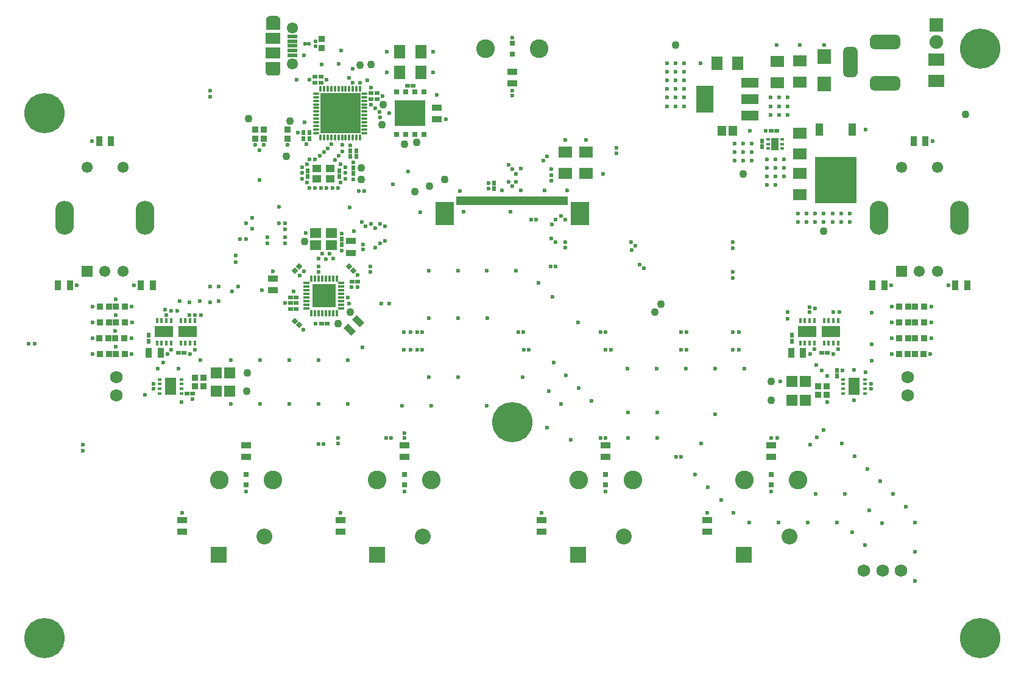
<source format=gts>
G04*
G04 #@! TF.GenerationSoftware,Altium Limited,Altium Designer,24.5.2 (23)*
G04*
G04 Layer_Color=8388736*
%FSLAX44Y44*%
%MOMM*%
G71*
G04*
G04 #@! TF.SameCoordinates,75C5DE1E-65E4-46FA-8C81-F02E573EC27C*
G04*
G04*
G04 #@! TF.FilePolarity,Negative*
G04*
G01*
G75*
%ADD35R,1.5055X1.8582*%
%ADD39R,1.8582X1.5055*%
%ADD57R,5.7532X6.5032*%
%ADD58R,1.1032X1.6532*%
%ADD59R,1.1100X1.8000*%
%ADD60R,0.6250X0.4500*%
%ADD61R,1.6500X1.6500*%
%ADD62R,1.6000X2.4000*%
%ADD63R,0.5000X0.4000*%
%ADD64R,0.4500X0.7500*%
%ADD65R,2.5000X1.6500*%
%ADD66O,0.9000X0.4000*%
%ADD67O,0.4000X0.9000*%
%ADD68R,3.2500X3.2500*%
%ADD69R,5.7000X5.7000*%
%ADD70O,0.8500X0.3500*%
%ADD71O,0.3500X0.8500*%
%ADD72C,1.1000*%
%ADD73R,1.6032X1.4032*%
%ADD74R,0.6600X0.6200*%
%ADD75R,0.6200X0.6600*%
G04:AMPARAMS|DCode=76|XSize=0.62mm|YSize=0.66mm|CornerRadius=0mm|HoleSize=0mm|Usage=FLASHONLY|Rotation=315.000|XOffset=0mm|YOffset=0mm|HoleType=Round|Shape=Rectangle|*
%AMROTATEDRECTD76*
4,1,4,-0.4526,-0.0141,0.0141,0.4526,0.4526,0.0141,-0.0141,-0.4526,-0.4526,-0.0141,0.0*
%
%ADD76ROTATEDRECTD76*%

G04:AMPARAMS|DCode=77|XSize=0.62mm|YSize=0.66mm|CornerRadius=0mm|HoleSize=0mm|Usage=FLASHONLY|Rotation=45.000|XOffset=0mm|YOffset=0mm|HoleType=Round|Shape=Rectangle|*
%AMROTATEDRECTD77*
4,1,4,0.0141,-0.4526,-0.4526,0.0141,-0.0141,0.4526,0.4526,-0.0141,0.0141,-0.4526,0.0*
%
%ADD77ROTATEDRECTD77*%

%ADD78R,4.2032X3.6032*%
%ADD79R,0.6532X0.7532*%
%ADD80R,0.7500X0.7000*%
%ADD81R,0.5032X1.3032*%
%ADD82R,2.5032X3.3032*%
%ADD83R,0.8500X0.9500*%
G04:AMPARAMS|DCode=84|XSize=0.5032mm|YSize=0.5032mm|CornerRadius=0.1511mm|HoleSize=0mm|Usage=FLASHONLY|Rotation=90.000|XOffset=0mm|YOffset=0mm|HoleType=Round|Shape=RoundedRectangle|*
%AMROUNDEDRECTD84*
21,1,0.5032,0.2010,0,0,90.0*
21,1,0.2010,0.5032,0,0,90.0*
1,1,0.3022,0.1005,0.1005*
1,1,0.3022,0.1005,-0.1005*
1,1,0.3022,-0.1005,-0.1005*
1,1,0.3022,-0.1005,0.1005*
%
%ADD84ROUNDEDRECTD84*%
%ADD85R,0.9500X0.8500*%
%ADD86R,1.4500X0.5000*%
%ADD87R,2.0000X1.6000*%
%ADD88R,0.9500X1.4500*%
%ADD89R,1.4500X0.9500*%
G04:AMPARAMS|DCode=90|XSize=1.45mm|YSize=0.95mm|CornerRadius=0mm|HoleSize=0mm|Usage=FLASHONLY|Rotation=315.000|XOffset=0mm|YOffset=0mm|HoleType=Round|Shape=Rectangle|*
%AMROTATEDRECTD90*
4,1,4,-0.8485,0.1768,-0.1768,0.8485,0.8485,-0.1768,0.1768,-0.8485,-0.8485,0.1768,0.0*
%
%ADD90ROTATEDRECTD90*%

%ADD91R,2.2332X1.7232*%
%ADD92R,1.8532X2.1032*%
%ADD93R,2.4032X3.7032*%
%ADD94R,2.4032X1.4032*%
%ADD95R,1.1500X1.4500*%
%ADD96R,1.2032X1.1032*%
%ADD97R,0.5500X0.6000*%
G04:AMPARAMS|DCode=98|XSize=2.6mm|YSize=4.7mm|CornerRadius=1.3mm|HoleSize=0mm|Usage=FLASHONLY|Rotation=0.000|XOffset=0mm|YOffset=0mm|HoleType=Round|Shape=RoundedRectangle|*
%AMROUNDEDRECTD98*
21,1,2.6000,2.1000,0,0,0.0*
21,1,0.0000,4.7000,0,0,0.0*
1,1,2.6000,0.0000,-1.0500*
1,1,2.6000,0.0000,-1.0500*
1,1,2.6000,0.0000,1.0500*
1,1,2.6000,0.0000,1.0500*
%
%ADD98ROUNDEDRECTD98*%
%ADD99C,1.5500*%
%ADD100R,1.5500X1.5500*%
%ADD101C,1.7272*%
G04:AMPARAMS|DCode=102|XSize=4.2032mm|YSize=2.0032mm|CornerRadius=0.5516mm|HoleSize=0mm|Usage=FLASHONLY|Rotation=90.000|XOffset=0mm|YOffset=0mm|HoleType=Round|Shape=RoundedRectangle|*
%AMROUNDEDRECTD102*
21,1,4.2032,0.9000,0,0,90.0*
21,1,3.1000,2.0032,0,0,90.0*
1,1,1.1032,0.4500,1.5500*
1,1,1.1032,0.4500,-1.5500*
1,1,1.1032,-0.4500,-1.5500*
1,1,1.1032,-0.4500,1.5500*
%
%ADD102ROUNDEDRECTD102*%
G04:AMPARAMS|DCode=103|XSize=4.2032mm|YSize=2.0032mm|CornerRadius=0.5516mm|HoleSize=0mm|Usage=FLASHONLY|Rotation=0.000|XOffset=0mm|YOffset=0mm|HoleType=Round|Shape=RoundedRectangle|*
%AMROUNDEDRECTD103*
21,1,4.2032,0.9000,0,0,0.0*
21,1,3.1000,2.0032,0,0,0.0*
1,1,1.1032,1.5500,-0.4500*
1,1,1.1032,-1.5500,-0.4500*
1,1,1.1032,-1.5500,0.4500*
1,1,1.1032,1.5500,0.4500*
%
%ADD103ROUNDEDRECTD103*%
%ADD104C,1.9032*%
%ADD105R,1.9032X1.9032*%
%ADD106C,2.2032*%
%ADD107R,2.2032X2.2032*%
%ADD108C,0.6000*%
%ADD109C,0.7032*%
%ADD110C,2.6000*%
%ADD111C,5.6000*%
G36*
X372251Y915502D02*
X372742Y915502D01*
X372743D01*
D01*
X372840Y915493D01*
X373806Y915301D01*
X373901Y915272D01*
X373901Y915272D01*
X374811Y914895D01*
X374897Y914849D01*
X375716Y914302D01*
X375716Y914302D01*
X375793Y914239D01*
X376489Y913543D01*
X376489Y913543D01*
X376552Y913466D01*
X377099Y912648D01*
X377099Y912647D01*
X377145Y912561D01*
X377522Y911651D01*
X377522Y911651D01*
X377551Y911556D01*
X377743Y910591D01*
X377743Y910591D01*
X377752Y910492D01*
Y910000D01*
X377752Y897000D01*
X377743Y896902D01*
X377714Y896808D01*
X377668Y896721D01*
X377605Y896645D01*
X377529Y896582D01*
X377442Y896536D01*
X377348Y896507D01*
X377250Y896498D01*
X358250D01*
X358152Y896507D01*
X358058Y896536D01*
X357971Y896582D01*
X357895Y896645D01*
X357832Y896721D01*
X357786Y896808D01*
X357757Y896902D01*
X357748Y897000D01*
Y910250D01*
Y910718D01*
X357757Y910816D01*
X357940Y911733D01*
X357968Y911828D01*
X358326Y912692D01*
X358373Y912779D01*
X358893Y913557D01*
X358955Y913633D01*
X359617Y914295D01*
X359693Y914357D01*
X360471Y914877D01*
X360558Y914923D01*
X360558Y914924D01*
X361422Y915282D01*
X361516Y915310D01*
X362434Y915493D01*
X362532Y915502D01*
X372250D01*
X372251Y915502D01*
D02*
G37*
G36*
X377098Y851493D02*
X377192Y851464D01*
X377279Y851418D01*
X377355Y851355D01*
X377418Y851279D01*
X377464Y851192D01*
X377493Y851098D01*
X377502Y851000D01*
Y837750D01*
Y837282D01*
X377493Y837184D01*
X377310Y836266D01*
X377282Y836172D01*
X376924Y835308D01*
X376877Y835221D01*
X376357Y834443D01*
X376295Y834367D01*
X375633Y833705D01*
X375557Y833643D01*
X374779Y833123D01*
X374692Y833076D01*
X374692Y833076D01*
X373828Y832718D01*
X373733Y832690D01*
X372816Y832507D01*
X372718Y832498D01*
X363000D01*
X362999Y832498D01*
X362508Y832498D01*
X362508D01*
D01*
X362410Y832507D01*
X361443Y832699D01*
X361349Y832728D01*
X361349Y832728D01*
X360439Y833105D01*
X360353Y833151D01*
X359534Y833698D01*
X359534Y833699D01*
X359457Y833761D01*
X358761Y834457D01*
X358761Y834457D01*
X358699Y834534D01*
X358151Y835352D01*
X358151Y835352D01*
X358105Y835439D01*
X357728Y836349D01*
X357728Y836349D01*
X357699Y836443D01*
X357507Y837410D01*
X357507Y837410D01*
X357498Y837507D01*
Y838000D01*
X357498Y851000D01*
X357507Y851098D01*
X357536Y851192D01*
X357582Y851279D01*
X357645Y851355D01*
X357721Y851418D01*
X357808Y851464D01*
X357902Y851493D01*
X358000Y851502D01*
X377000D01*
X377098Y851493D01*
D02*
G37*
D35*
X984236Y850000D02*
D03*
X1013764D02*
D03*
X572764Y866000D02*
D03*
X543236D02*
D03*
Y837000D02*
D03*
X572764D02*
D03*
D39*
X774000Y725764D02*
D03*
Y696236D02*
D03*
X1100000Y667236D02*
D03*
Y696764D02*
D03*
Y752764D02*
D03*
Y723236D02*
D03*
X1099916Y823236D02*
D03*
Y852764D02*
D03*
X1068281Y823033D02*
D03*
Y852561D02*
D03*
X803000Y696236D02*
D03*
Y725764D02*
D03*
D57*
X1150000Y687000D02*
D03*
D58*
X1127200Y757000D02*
D03*
X1172800D02*
D03*
D59*
X1065400Y737500D02*
D03*
D60*
X1075150Y744000D02*
D03*
Y737500D02*
D03*
Y731000D02*
D03*
X1055650D02*
D03*
Y737500D02*
D03*
Y744000D02*
D03*
D61*
X307000Y419000D02*
D03*
X289000D02*
D03*
X1089000Y381000D02*
D03*
X1107000D02*
D03*
X307000Y393000D02*
D03*
X289000D02*
D03*
X1089000Y407000D02*
D03*
X1107000D02*
D03*
D62*
X225000Y400000D02*
D03*
X1175000D02*
D03*
D63*
X209500Y390250D02*
D03*
Y396750D02*
D03*
Y403250D02*
D03*
Y409750D02*
D03*
X240500D02*
D03*
Y403250D02*
D03*
Y396750D02*
D03*
Y390250D02*
D03*
X1190500Y409750D02*
D03*
Y403250D02*
D03*
Y396750D02*
D03*
Y390250D02*
D03*
X1159500D02*
D03*
Y396750D02*
D03*
Y403250D02*
D03*
Y409750D02*
D03*
D64*
X258750Y491500D02*
D03*
X252250D02*
D03*
X245750D02*
D03*
X239250D02*
D03*
Y460500D02*
D03*
X245750D02*
D03*
X252250D02*
D03*
X258750D02*
D03*
X1152750Y491500D02*
D03*
X1146250D02*
D03*
X1139750D02*
D03*
X1133250D02*
D03*
Y460500D02*
D03*
X1139750D02*
D03*
X1146250D02*
D03*
X1152750D02*
D03*
X1119750Y491500D02*
D03*
X1113250D02*
D03*
X1106750D02*
D03*
X1100250D02*
D03*
Y460500D02*
D03*
X1106750D02*
D03*
X1113250D02*
D03*
X1119750D02*
D03*
X225750Y491500D02*
D03*
X219250D02*
D03*
X212750D02*
D03*
X206250D02*
D03*
Y460500D02*
D03*
X212750D02*
D03*
X219250D02*
D03*
X225750D02*
D03*
D65*
X249000Y476000D02*
D03*
X1143000D02*
D03*
X1110000D02*
D03*
X216000D02*
D03*
D66*
X414350Y543750D02*
D03*
Y538750D02*
D03*
Y533750D02*
D03*
Y528750D02*
D03*
Y523750D02*
D03*
Y518750D02*
D03*
Y513750D02*
D03*
Y508750D02*
D03*
X462650D02*
D03*
Y513750D02*
D03*
Y518750D02*
D03*
Y523750D02*
D03*
Y528750D02*
D03*
Y533750D02*
D03*
Y538750D02*
D03*
Y543750D02*
D03*
D67*
X421000Y502100D02*
D03*
X426000D02*
D03*
X431000D02*
D03*
X436000D02*
D03*
X441000D02*
D03*
X446000D02*
D03*
X451000D02*
D03*
X456000D02*
D03*
Y550400D02*
D03*
X451000D02*
D03*
X446000D02*
D03*
X441000D02*
D03*
X436000D02*
D03*
X431000D02*
D03*
X426000D02*
D03*
X421000D02*
D03*
D68*
X438500Y526250D02*
D03*
D69*
X461000Y780000D02*
D03*
D70*
X427250Y752500D02*
D03*
Y757500D02*
D03*
Y762500D02*
D03*
Y767500D02*
D03*
Y772500D02*
D03*
Y777500D02*
D03*
Y782500D02*
D03*
Y787500D02*
D03*
Y792500D02*
D03*
Y797500D02*
D03*
Y802500D02*
D03*
Y807500D02*
D03*
X494750D02*
D03*
Y802500D02*
D03*
Y797500D02*
D03*
Y792500D02*
D03*
Y787500D02*
D03*
Y782500D02*
D03*
Y777500D02*
D03*
Y772500D02*
D03*
Y767500D02*
D03*
Y762500D02*
D03*
Y757500D02*
D03*
Y752500D02*
D03*
D71*
X433500Y813750D02*
D03*
X438500D02*
D03*
X443500D02*
D03*
X448500D02*
D03*
X453500D02*
D03*
X458500D02*
D03*
X463500D02*
D03*
X468500D02*
D03*
X473500D02*
D03*
X478500D02*
D03*
X483500D02*
D03*
X488500D02*
D03*
Y746250D02*
D03*
X483500D02*
D03*
X478500D02*
D03*
X473500D02*
D03*
X468500D02*
D03*
X463500D02*
D03*
X458500D02*
D03*
X453500D02*
D03*
X448500D02*
D03*
X443500D02*
D03*
X438500D02*
D03*
X433500D02*
D03*
D72*
X503500Y847750D02*
D03*
X488250Y847500D02*
D03*
X521000Y792000D02*
D03*
X519000Y764000D02*
D03*
X550325Y737325D02*
D03*
X567175Y739875D02*
D03*
X333250Y772250D02*
D03*
X391500Y769250D02*
D03*
X386000Y720000D02*
D03*
X490000Y687750D02*
D03*
Y704000D02*
D03*
X1133000Y616000D02*
D03*
X1330000Y779000D02*
D03*
X927000Y875000D02*
D03*
X1021000Y696000D02*
D03*
X898000Y503000D02*
D03*
X907000Y514750D02*
D03*
X565000Y671000D02*
D03*
X585000Y679000D02*
D03*
X606000Y688000D02*
D03*
X331000Y393000D02*
D03*
X411250Y601250D02*
D03*
X332000Y419000D02*
D03*
X475000Y503000D02*
D03*
X1060000Y407000D02*
D03*
X458000Y487000D02*
D03*
X1060000Y381000D02*
D03*
D73*
X449000Y613750D02*
D03*
X427000D02*
D03*
X449000Y596750D02*
D03*
X427000D02*
D03*
D74*
X511900Y808000D02*
D03*
X504100D02*
D03*
X511900Y800000D02*
D03*
X504100D02*
D03*
X561900Y818000D02*
D03*
X554100D02*
D03*
X477100Y546000D02*
D03*
X484900D02*
D03*
X399900Y516000D02*
D03*
X392100D02*
D03*
X399900Y524000D02*
D03*
X392100D02*
D03*
X399900Y508000D02*
D03*
X392100D02*
D03*
X435100Y487000D02*
D03*
X442900D02*
D03*
X236100Y447000D02*
D03*
X243900D02*
D03*
X248100Y390000D02*
D03*
X255900D02*
D03*
X1067900Y756000D02*
D03*
X1060100D02*
D03*
X1137900Y447000D02*
D03*
X1130100D02*
D03*
X426100Y823000D02*
D03*
X433900D02*
D03*
X426100Y831000D02*
D03*
X433900D02*
D03*
D75*
X410000Y745100D02*
D03*
Y752900D02*
D03*
X418000Y745100D02*
D03*
Y752900D02*
D03*
X483250Y720100D02*
D03*
Y727900D02*
D03*
X475250Y720100D02*
D03*
Y727900D02*
D03*
X479000Y703900D02*
D03*
Y696100D02*
D03*
X460000Y699900D02*
D03*
Y692100D02*
D03*
X416000Y692100D02*
D03*
Y699900D02*
D03*
X463000Y604900D02*
D03*
Y597100D02*
D03*
X195000Y470900D02*
D03*
Y463100D02*
D03*
X675000Y682900D02*
D03*
Y675100D02*
D03*
X1047000Y741400D02*
D03*
Y733600D02*
D03*
X1089000Y463100D02*
D03*
Y470900D02*
D03*
X1151000Y414100D02*
D03*
Y421900D02*
D03*
D76*
X403758Y566758D02*
D03*
X398242Y561242D02*
D03*
D77*
X478758D02*
D03*
X473242Y566758D02*
D03*
X398242Y490758D02*
D03*
X403758Y485242D02*
D03*
D78*
X558000Y780000D02*
D03*
D79*
X538950Y809750D02*
D03*
X551650D02*
D03*
X564350D02*
D03*
X577050D02*
D03*
Y750250D02*
D03*
X564350D02*
D03*
X551650D02*
D03*
X538950D02*
D03*
D80*
X330000Y262750D02*
D03*
Y277250D02*
D03*
X550000Y262750D02*
D03*
Y277250D02*
D03*
X700000Y862750D02*
D03*
Y877250D02*
D03*
X1060000Y277250D02*
D03*
Y262750D02*
D03*
X830000Y277250D02*
D03*
Y262750D02*
D03*
D81*
X700000Y658000D02*
D03*
X705000D02*
D03*
X695000D02*
D03*
X690000D02*
D03*
X685000D02*
D03*
X680000D02*
D03*
X675000D02*
D03*
X670000D02*
D03*
X665000D02*
D03*
X660000D02*
D03*
X655000D02*
D03*
X650000D02*
D03*
X645000D02*
D03*
X640000D02*
D03*
X635000D02*
D03*
X630000D02*
D03*
X625000D02*
D03*
X710000D02*
D03*
X715000D02*
D03*
X720000D02*
D03*
X725000D02*
D03*
X730000D02*
D03*
X735000D02*
D03*
X740000D02*
D03*
X745000D02*
D03*
X750000D02*
D03*
X755000D02*
D03*
X760000D02*
D03*
X765000D02*
D03*
X770000D02*
D03*
X775000D02*
D03*
D82*
X605800Y641000D02*
D03*
X794200D02*
D03*
D83*
X139000Y467000D02*
D03*
X126500D02*
D03*
X161000D02*
D03*
X148500D02*
D03*
X126750Y511000D02*
D03*
X139250D02*
D03*
X148750D02*
D03*
X161250D02*
D03*
X1250250Y489000D02*
D03*
X1237750D02*
D03*
X1250000Y445000D02*
D03*
X1237500D02*
D03*
X1250250Y467000D02*
D03*
X1237750D02*
D03*
X1250250Y511000D02*
D03*
X1237750D02*
D03*
X1137250Y400000D02*
D03*
X1124750D02*
D03*
X258750D02*
D03*
X271250D02*
D03*
X1137250Y388000D02*
D03*
X1124750D02*
D03*
X258750Y412000D02*
D03*
X271250D02*
D03*
X161250Y445000D02*
D03*
X148750D02*
D03*
X161500Y489000D02*
D03*
X149000D02*
D03*
X1259750Y467000D02*
D03*
X1272250D02*
D03*
X1259750Y489000D02*
D03*
X1272250D02*
D03*
X1259500Y445000D02*
D03*
X1272000D02*
D03*
X1259750Y511000D02*
D03*
X1272250D02*
D03*
X139250Y445000D02*
D03*
X126750D02*
D03*
X139500Y489000D02*
D03*
X127000D02*
D03*
D84*
X426250Y873500D02*
D03*
X417750Y877000D02*
D03*
X426250Y880500D02*
D03*
D85*
X435000Y883250D02*
D03*
Y870750D02*
D03*
X388000Y745000D02*
D03*
Y757500D02*
D03*
X343000Y745000D02*
D03*
Y757500D02*
D03*
X355000Y745000D02*
D03*
Y757500D02*
D03*
D86*
X394500Y887000D02*
D03*
Y880500D02*
D03*
Y874000D02*
D03*
Y867500D02*
D03*
Y861000D02*
D03*
D87*
X367500Y884000D02*
D03*
Y864000D02*
D03*
D88*
X194750Y447000D02*
D03*
X211250D02*
D03*
X85250Y541000D02*
D03*
X68750D02*
D03*
X183750D02*
D03*
X200250D02*
D03*
X125750Y741000D02*
D03*
X142250D02*
D03*
X1217250Y541000D02*
D03*
X1200750D02*
D03*
X1315750D02*
D03*
X1332250D02*
D03*
X1274250Y741000D02*
D03*
X1257750D02*
D03*
X1104250Y447000D02*
D03*
X1087750D02*
D03*
D89*
X367000Y533750D02*
D03*
Y550250D02*
D03*
X476000Y602250D02*
D03*
Y585750D02*
D03*
X550000Y318250D02*
D03*
Y301750D02*
D03*
X595000Y788250D02*
D03*
Y771750D02*
D03*
X971000Y214250D02*
D03*
Y197750D02*
D03*
X461000Y214250D02*
D03*
Y197750D02*
D03*
X241000Y214250D02*
D03*
Y197750D02*
D03*
X741000Y214250D02*
D03*
Y197750D02*
D03*
X700000Y838250D02*
D03*
Y821750D02*
D03*
X1060000Y301750D02*
D03*
Y318250D02*
D03*
X330000Y301750D02*
D03*
Y318250D02*
D03*
X830000Y301750D02*
D03*
Y318250D02*
D03*
D90*
X485834Y490834D02*
D03*
X474166Y479166D02*
D03*
D91*
X1289000Y855200D02*
D03*
Y824800D02*
D03*
D92*
X1134000Y859000D02*
D03*
Y821000D02*
D03*
D93*
X968000Y800000D02*
D03*
D94*
X1030000Y823000D02*
D03*
Y800000D02*
D03*
Y777000D02*
D03*
D95*
X1006250Y756000D02*
D03*
X991750D02*
D03*
D96*
X428750Y703500D02*
D03*
X447250D02*
D03*
Y688500D02*
D03*
X428750D02*
D03*
D97*
X754000Y686250D02*
D03*
Y693750D02*
D03*
D98*
X190000Y635000D02*
D03*
X78000D02*
D03*
X1210000D02*
D03*
X1322000D02*
D03*
D99*
X159000Y560000D02*
D03*
X134000D02*
D03*
X159000Y705000D02*
D03*
X109000D02*
D03*
X394500Y849000D02*
D03*
Y899000D02*
D03*
X1241000Y705000D02*
D03*
X1291000D02*
D03*
X1266000Y560000D02*
D03*
X1291000D02*
D03*
D100*
X109000D02*
D03*
X1241000D02*
D03*
D101*
X150000Y387250D02*
D03*
Y412750D02*
D03*
X1250000Y387250D02*
D03*
Y412750D02*
D03*
X1240000Y143500D02*
D03*
X1189000D02*
D03*
X1214500D02*
D03*
D102*
X1170000Y851500D02*
D03*
D103*
X1218000Y879500D02*
D03*
Y821500D02*
D03*
D104*
X1289000Y879000D02*
D03*
D105*
Y903000D02*
D03*
D106*
X1085400Y190800D02*
D03*
X575400D02*
D03*
X355400D02*
D03*
X855400D02*
D03*
D107*
X1021900Y165400D02*
D03*
X511900D02*
D03*
X291900D02*
D03*
X791900D02*
D03*
D108*
X443500Y731250D02*
D03*
X438250Y726000D02*
D03*
X201500Y403500D02*
D03*
Y396500D02*
D03*
X258750Y499500D02*
D03*
X219356Y499553D02*
D03*
X251750Y499500D02*
D03*
X412500Y877000D02*
D03*
X220750Y444750D02*
D03*
X479250Y688000D02*
D03*
X475250Y735250D02*
D03*
X431000Y559250D02*
D03*
X473500Y829250D02*
D03*
X478500Y822750D02*
D03*
X488500D02*
D03*
X1121250Y508250D02*
D03*
X436000Y584750D02*
D03*
X446000D02*
D03*
X451000Y578000D02*
D03*
X431000D02*
D03*
X441000Y577500D02*
D03*
X1199250Y403500D02*
D03*
Y396500D02*
D03*
X448750Y736750D02*
D03*
X1113750Y445000D02*
D03*
X607500Y772000D02*
D03*
X1282250Y467000D02*
D03*
Y489000D02*
D03*
Y511000D02*
D03*
X116750Y445000D02*
D03*
X117000Y489000D02*
D03*
X116500Y467000D02*
D03*
X116750Y511000D02*
D03*
X1227750Y467000D02*
D03*
Y489000D02*
D03*
X1227500Y445000D02*
D03*
X1227750Y511000D02*
D03*
X171250Y445000D02*
D03*
X148750Y455000D02*
D03*
X171500Y489000D02*
D03*
X149000Y499000D02*
D03*
X171000Y467000D02*
D03*
X148500Y477000D02*
D03*
X171250Y511000D02*
D03*
X149000Y521250D02*
D03*
X1068000Y875250D02*
D03*
X1100000D02*
D03*
X1134000D02*
D03*
X700000Y885500D02*
D03*
X1259500Y129500D02*
D03*
Y170000D02*
D03*
Y210500D02*
D03*
X1132500Y339500D02*
D03*
X1113750Y318500D02*
D03*
X1247250Y232750D02*
D03*
X1229500Y250250D02*
D03*
X1211750Y267750D02*
D03*
X1194000Y285250D02*
D03*
X1176250Y302750D02*
D03*
X1158500Y320250D02*
D03*
X1007750Y224250D02*
D03*
X990250Y242000D02*
D03*
X971500Y259750D02*
D03*
X954000Y277500D02*
D03*
X1172750Y197250D02*
D03*
X1190250Y179500D02*
D03*
X1151250Y210250D02*
D03*
X1110750D02*
D03*
X1029750D02*
D03*
X1070250D02*
D03*
X901250Y328000D02*
D03*
X860750D02*
D03*
X781250Y326000D02*
D03*
X748250Y342750D02*
D03*
X664500Y373250D02*
D03*
X587500D02*
D03*
X547000D02*
D03*
X471250Y375250D02*
D03*
X430750D02*
D03*
X349750D02*
D03*
X390250D02*
D03*
X309250D02*
D03*
X1214000Y209750D02*
D03*
X1196500Y227500D02*
D03*
X1162250Y250000D02*
D03*
X1121750D02*
D03*
X963000Y320750D02*
D03*
X768250Y375500D02*
D03*
X750750Y393250D02*
D03*
X714750Y412750D02*
D03*
X624750D02*
D03*
X584250D02*
D03*
X757500Y432750D02*
D03*
X775000Y415000D02*
D03*
X792500Y397250D02*
D03*
X810000Y379500D02*
D03*
X982250Y361000D02*
D03*
X901250Y363500D02*
D03*
X860750D02*
D03*
X665250Y495000D02*
D03*
X624750D02*
D03*
X584250D02*
D03*
X1022500Y425000D02*
D03*
X792000Y489000D02*
D03*
X756250Y524500D02*
D03*
X736750Y544000D02*
D03*
X860500Y425000D02*
D03*
X901000D02*
D03*
X941500D02*
D03*
X982000D02*
D03*
X584000Y561250D02*
D03*
X624500D02*
D03*
X665000D02*
D03*
X705500D02*
D03*
X266500Y436750D02*
D03*
X491500Y454500D02*
D03*
X471250Y436750D02*
D03*
X430750D02*
D03*
X390250D02*
D03*
X349750D02*
D03*
X309250D02*
D03*
X533871Y681383D02*
D03*
X555000Y699000D02*
D03*
X632750Y642750D02*
D03*
X697750D02*
D03*
X748500Y720000D02*
D03*
X711750Y702895D02*
D03*
X700000Y804750D02*
D03*
X845250Y724750D02*
D03*
X755500Y625750D02*
D03*
X767750Y637000D02*
D03*
X754500Y605750D02*
D03*
X733250Y632000D02*
D03*
X773750Y593500D02*
D03*
X753250Y566500D02*
D03*
X866250Y590000D02*
D03*
X882750Y564750D02*
D03*
X1006500Y592250D02*
D03*
X1006250Y551000D02*
D03*
X1083000Y494500D02*
D03*
X1113000Y510000D02*
D03*
X1154500Y503000D02*
D03*
X280500Y539000D02*
D03*
X575250Y450750D02*
D03*
Y475750D02*
D03*
X723250Y450750D02*
D03*
X708625Y475625D02*
D03*
X822750Y475750D02*
D03*
X837250Y450750D02*
D03*
X942250D02*
D03*
Y475750D02*
D03*
X1014750D02*
D03*
Y450750D02*
D03*
X1068500Y328000D02*
D03*
X927750Y301500D02*
D03*
X822750Y328000D02*
D03*
X550000Y335250D02*
D03*
X524750Y328000D02*
D03*
X430750Y320000D02*
D03*
X458000Y320750D02*
D03*
X103250Y310000D02*
D03*
X36500Y459000D02*
D03*
X217750Y507000D02*
D03*
X267250Y499500D02*
D03*
X234250Y505500D02*
D03*
X237750Y519000D02*
D03*
X265750D02*
D03*
X292000D02*
D03*
X311000Y532000D02*
D03*
X315750Y581750D02*
D03*
X431000Y566500D02*
D03*
X503250Y559500D02*
D03*
X492750Y590500D02*
D03*
Y597750D02*
D03*
X523295Y602163D02*
D03*
Y622837D02*
D03*
X491250Y629000D02*
D03*
X496163Y622837D02*
D03*
X486750Y672000D02*
D03*
X384500Y627250D02*
D03*
X384000Y599000D02*
D03*
X360000Y599250D02*
D03*
X339020Y619270D02*
D03*
X321500Y605000D02*
D03*
X474250Y649000D02*
D03*
X339020Y634730D02*
D03*
X349000Y687000D02*
D03*
Y728500D02*
D03*
X280500Y811500D02*
D03*
X435500Y847750D02*
D03*
X462520Y867520D02*
D03*
X499000Y825750D02*
D03*
X478000Y842000D02*
D03*
X876750Y569750D02*
D03*
X871250Y596000D02*
D03*
X411000Y861000D02*
D03*
X400000Y827000D02*
D03*
X1006500Y600750D02*
D03*
X1006250Y559500D02*
D03*
X865250Y600750D02*
D03*
X384250Y618750D02*
D03*
X458000Y328000D02*
D03*
X532000D02*
D03*
X413000Y613750D02*
D03*
X463000Y589000D02*
D03*
X568000Y450750D02*
D03*
Y475750D02*
D03*
X558500Y450750D02*
D03*
Y475750D02*
D03*
X549250Y450750D02*
D03*
Y475750D02*
D03*
X509750Y620000D02*
D03*
X516000Y599000D02*
D03*
X509750Y592750D02*
D03*
X503250Y566750D02*
D03*
X503458Y626000D02*
D03*
X516000D02*
D03*
X480250Y615750D02*
D03*
X352500Y534000D02*
D03*
X318750Y539000D02*
D03*
X292000D02*
D03*
X280500Y803000D02*
D03*
Y517250D02*
D03*
X251750D02*
D03*
X315750Y573250D02*
D03*
X330000Y627000D02*
D03*
Y605000D02*
D03*
X375750Y626750D02*
D03*
X360000Y607750D02*
D03*
X384000Y607500D02*
D03*
X935000Y301500D02*
D03*
X1123250Y329000D02*
D03*
X1200000Y436000D02*
D03*
Y458250D02*
D03*
Y502250D02*
D03*
X773750Y600750D02*
D03*
Y632000D02*
D03*
X743500Y714000D02*
D03*
X760500Y566500D02*
D03*
Y600750D02*
D03*
Y631750D02*
D03*
X726000Y632000D02*
D03*
X935000Y475750D02*
D03*
Y450750D02*
D03*
X845250Y732000D02*
D03*
X716000Y450750D02*
D03*
X715750Y475750D02*
D03*
X830000D02*
D03*
X1006250Y450750D02*
D03*
Y475750D02*
D03*
X830000Y450750D02*
D03*
X103250Y318500D02*
D03*
X330000Y254000D02*
D03*
X774000Y743000D02*
D03*
X526000Y866000D02*
D03*
X590000D02*
D03*
X256000Y382250D02*
D03*
X240000Y378500D02*
D03*
X252282Y444894D02*
D03*
X258750Y451297D02*
D03*
X214750Y432750D02*
D03*
X225750Y451297D02*
D03*
X225847Y505500D02*
D03*
X1158750Y422000D02*
D03*
X1122250Y429950D02*
D03*
X1119750Y452000D02*
D03*
X1138000Y414250D02*
D03*
X190000Y388000D02*
D03*
X572000Y642000D02*
D03*
X464000Y736000D02*
D03*
X1059000Y802000D02*
D03*
X1071000D02*
D03*
X1083000D02*
D03*
X1059000Y790000D02*
D03*
X1071000D02*
D03*
X1083000D02*
D03*
Y778000D02*
D03*
X1071000D02*
D03*
X1059000D02*
D03*
X826000Y696000D02*
D03*
X927000Y850000D02*
D03*
X915000D02*
D03*
X939000D02*
D03*
Y838000D02*
D03*
X915000D02*
D03*
X927000D02*
D03*
X1054000Y680000D02*
D03*
X1066000D02*
D03*
X915000Y790000D02*
D03*
X927000D02*
D03*
X939000D02*
D03*
Y802000D02*
D03*
X927000D02*
D03*
X915000D02*
D03*
X927000Y826000D02*
D03*
X915000D02*
D03*
X939000D02*
D03*
X915000Y814000D02*
D03*
X927000D02*
D03*
X939000D02*
D03*
X1033000Y726000D02*
D03*
X1021000D02*
D03*
X1009000D02*
D03*
X1033000Y738000D02*
D03*
X1009000D02*
D03*
X1021000D02*
D03*
X1009000Y714000D02*
D03*
X1021000D02*
D03*
X1033000D02*
D03*
X1078000Y692000D02*
D03*
X1066000D02*
D03*
X1054000D02*
D03*
X1066000Y716000D02*
D03*
X1054000D02*
D03*
X1078000D02*
D03*
X1054000Y704000D02*
D03*
X1066000D02*
D03*
X1078000D02*
D03*
X1169117Y628398D02*
D03*
X1157117D02*
D03*
X1145117D02*
D03*
X1133117D02*
D03*
X1121117D02*
D03*
X1109117D02*
D03*
X1097117D02*
D03*
X1169117Y640398D02*
D03*
X1157117D02*
D03*
X1145117D02*
D03*
X1133117D02*
D03*
X1121117D02*
D03*
X1097117D02*
D03*
X1109117D02*
D03*
X1175000Y423000D02*
D03*
Y381000D02*
D03*
X438000Y320000D02*
D03*
X1073000Y407000D02*
D03*
X529000Y515000D02*
D03*
X518000D02*
D03*
X473259Y514891D02*
D03*
X471494Y523373D02*
D03*
X1191000Y420000D02*
D03*
X1130100Y422100D02*
D03*
X1138000Y378000D02*
D03*
X494000Y672000D02*
D03*
X705000Y685000D02*
D03*
Y696000D02*
D03*
X700000Y679000D02*
D03*
Y702000D02*
D03*
X695000Y708000D02*
D03*
Y685000D02*
D03*
X411642Y767450D02*
D03*
X516000Y774000D02*
D03*
X515959Y782242D02*
D03*
X509706Y787290D02*
D03*
X503458Y792404D02*
D03*
X520000Y804000D02*
D03*
X1060000Y328000D02*
D03*
X830000D02*
D03*
X550000D02*
D03*
X28000Y459000D02*
D03*
X700000Y812000D02*
D03*
X207000Y425000D02*
D03*
X236000D02*
D03*
X376000Y650000D02*
D03*
X1146266Y444911D02*
D03*
X1281000Y445000D02*
D03*
X1083000Y503000D02*
D03*
X1146000D02*
D03*
X1113000D02*
D03*
X458517Y848869D02*
D03*
X529000Y780000D02*
D03*
X454000Y715000D02*
D03*
X464000Y727000D02*
D03*
X459000Y721000D02*
D03*
X433000D02*
D03*
X485000Y538000D02*
D03*
X1153000Y452000D02*
D03*
X396000Y532000D02*
D03*
X367000Y560000D02*
D03*
X411000D02*
D03*
X477000Y538000D02*
D03*
X1052000Y756000D02*
D03*
X1306000Y541000D02*
D03*
X1227000D02*
D03*
X1284000Y741000D02*
D03*
X971000Y224000D02*
D03*
X1060000Y254000D02*
D03*
X830000D02*
D03*
X741000Y224000D02*
D03*
X550000Y254000D02*
D03*
X461000Y224000D02*
D03*
X241000D02*
D03*
X116000Y741000D02*
D03*
X174000Y541000D02*
D03*
X95000D02*
D03*
X384000Y516000D02*
D03*
X427000Y487000D02*
D03*
X410000Y479000D02*
D03*
X485000Y555000D02*
D03*
X405000Y554000D02*
D03*
X463000Y613000D02*
D03*
X803000Y743000D02*
D03*
X754000Y702000D02*
D03*
X776000Y673000D02*
D03*
X745000D02*
D03*
X712000D02*
D03*
X686000D02*
D03*
X667000Y675000D02*
D03*
Y683000D02*
D03*
X627000Y672000D02*
D03*
X388000Y736000D02*
D03*
X343000D02*
D03*
X595000Y806000D02*
D03*
X590000Y837000D02*
D03*
X526000D02*
D03*
X442000Y827000D02*
D03*
X418000D02*
D03*
X504000Y816000D02*
D03*
X418000Y716000D02*
D03*
X426000D02*
D03*
X461000Y709000D02*
D03*
X415000D02*
D03*
X468000Y705000D02*
D03*
Y697000D02*
D03*
X408000Y705000D02*
D03*
Y697000D02*
D03*
X468000Y689000D02*
D03*
X408000D02*
D03*
X415000Y684000D02*
D03*
X418000Y676000D02*
D03*
X426000D02*
D03*
X434000D02*
D03*
X442000D02*
D03*
X450000D02*
D03*
X458000D02*
D03*
X461000Y684000D02*
D03*
X479250Y712000D02*
D03*
X355000Y736000D02*
D03*
X414000Y737000D02*
D03*
X402000Y753000D02*
D03*
X1191000Y757000D02*
D03*
X1030000Y756000D02*
D03*
X962000Y850000D02*
D03*
D109*
X427500Y537250D02*
D03*
X438500D02*
D03*
X449500D02*
D03*
X427500Y526250D02*
D03*
X438500D02*
D03*
X449500D02*
D03*
X427500Y515250D02*
D03*
X438500D02*
D03*
X449500D02*
D03*
D110*
X512500Y270000D02*
D03*
X587500D02*
D03*
X662500Y870000D02*
D03*
X737500D02*
D03*
X1097500Y270000D02*
D03*
X1022500D02*
D03*
X867500D02*
D03*
X792500D02*
D03*
X292500D02*
D03*
X367500D02*
D03*
D111*
X700000Y350000D02*
D03*
X1350000Y870000D02*
D03*
Y50000D02*
D03*
X50000Y780000D02*
D03*
Y50000D02*
D03*
M02*

</source>
